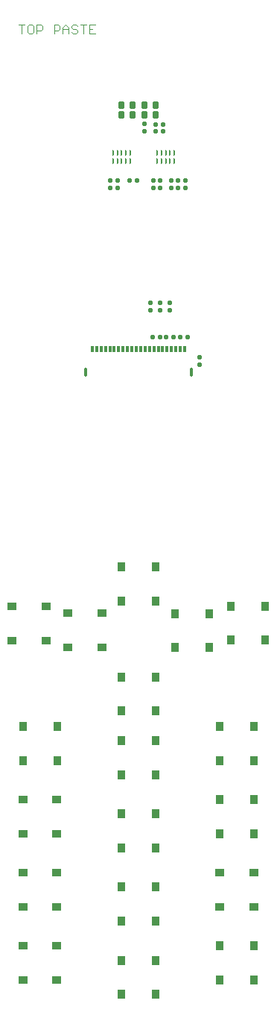
<source format=gtp>
G04*
G04 #@! TF.GenerationSoftware,Altium Limited,Altium Designer,21.9.2 (33)*
G04*
G04 Layer_Color=8421504*
%FSLAX25Y25*%
%MOIN*%
G70*
G04*
G04 #@! TF.SameCoordinates,38B2C1F3-0FCD-4184-AA18-E5AB633A714F*
G04*
G04*
G04 #@! TF.FilePolarity,Positive*
G04*
G01*
G75*
%ADD12C,0.00394*%
G04:AMPARAMS|DCode=15|XSize=31.5mil|YSize=27.56mil|CornerRadius=3.45mil|HoleSize=0mil|Usage=FLASHONLY|Rotation=270.000|XOffset=0mil|YOffset=0mil|HoleType=Round|Shape=RoundedRectangle|*
%AMROUNDEDRECTD15*
21,1,0.03150,0.02067,0,0,270.0*
21,1,0.02461,0.02756,0,0,270.0*
1,1,0.00689,-0.01034,-0.01230*
1,1,0.00689,-0.01034,0.01230*
1,1,0.00689,0.01034,0.01230*
1,1,0.00689,0.01034,-0.01230*
%
%ADD15ROUNDEDRECTD15*%
G04:AMPARAMS|DCode=16|XSize=20.47mil|YSize=20.47mil|CornerRadius=4.1mil|HoleSize=0mil|Usage=FLASHONLY|Rotation=90.000|XOffset=0mil|YOffset=0mil|HoleType=Round|Shape=RoundedRectangle|*
%AMROUNDEDRECTD16*
21,1,0.02047,0.01228,0,0,90.0*
21,1,0.01228,0.02047,0,0,90.0*
1,1,0.00819,0.00614,0.00614*
1,1,0.00819,0.00614,-0.00614*
1,1,0.00819,-0.00614,-0.00614*
1,1,0.00819,-0.00614,0.00614*
%
%ADD16ROUNDEDRECTD16*%
G04:AMPARAMS|DCode=17|XSize=20.47mil|YSize=20.47mil|CornerRadius=4.1mil|HoleSize=0mil|Usage=FLASHONLY|Rotation=0.000|XOffset=0mil|YOffset=0mil|HoleType=Round|Shape=RoundedRectangle|*
%AMROUNDEDRECTD17*
21,1,0.02047,0.01228,0,0,0.0*
21,1,0.01228,0.02047,0,0,0.0*
1,1,0.00819,0.00614,-0.00614*
1,1,0.00819,-0.00614,-0.00614*
1,1,0.00819,-0.00614,0.00614*
1,1,0.00819,0.00614,0.00614*
%
%ADD17ROUNDEDRECTD17*%
G04:AMPARAMS|DCode=18|XSize=11.81mil|YSize=27.56mil|CornerRadius=1.48mil|HoleSize=0mil|Usage=FLASHONLY|Rotation=0.000|XOffset=0mil|YOffset=0mil|HoleType=Round|Shape=RoundedRectangle|*
%AMROUNDEDRECTD18*
21,1,0.01181,0.02461,0,0,0.0*
21,1,0.00886,0.02756,0,0,0.0*
1,1,0.00295,0.00443,-0.01230*
1,1,0.00295,-0.00443,-0.01230*
1,1,0.00295,-0.00443,0.01230*
1,1,0.00295,0.00443,0.01230*
%
%ADD18ROUNDEDRECTD18*%
G04:AMPARAMS|DCode=19|XSize=11.81mil|YSize=39.37mil|CornerRadius=1.48mil|HoleSize=0mil|Usage=FLASHONLY|Rotation=0.000|XOffset=0mil|YOffset=0mil|HoleType=Round|Shape=RoundedRectangle|*
%AMROUNDEDRECTD19*
21,1,0.01181,0.03642,0,0,0.0*
21,1,0.00886,0.03937,0,0,0.0*
1,1,0.00295,0.00443,-0.01821*
1,1,0.00295,-0.00443,-0.01821*
1,1,0.00295,-0.00443,0.01821*
1,1,0.00295,0.00443,0.01821*
%
%ADD19ROUNDEDRECTD19*%
G04:AMPARAMS|DCode=20|XSize=39.37mil|YSize=35.43mil|CornerRadius=3.54mil|HoleSize=0mil|Usage=FLASHONLY|Rotation=180.000|XOffset=0mil|YOffset=0mil|HoleType=Round|Shape=RoundedRectangle|*
%AMROUNDEDRECTD20*
21,1,0.03937,0.02835,0,0,180.0*
21,1,0.03228,0.03543,0,0,180.0*
1,1,0.00709,-0.01614,0.01417*
1,1,0.00709,0.01614,0.01417*
1,1,0.00709,0.01614,-0.01417*
1,1,0.00709,-0.01614,-0.01417*
%
%ADD20ROUNDEDRECTD20*%
G04:AMPARAMS|DCode=21|XSize=7.87mil|YSize=23.62mil|CornerRadius=1.97mil|HoleSize=0mil|Usage=FLASHONLY|Rotation=0.000|XOffset=0mil|YOffset=0mil|HoleType=Round|Shape=RoundedRectangle|*
%AMROUNDEDRECTD21*
21,1,0.00787,0.01968,0,0,0.0*
21,1,0.00394,0.02362,0,0,0.0*
1,1,0.00394,0.00197,-0.00984*
1,1,0.00394,-0.00197,-0.00984*
1,1,0.00394,-0.00197,0.00984*
1,1,0.00394,0.00197,0.00984*
%
%ADD21ROUNDEDRECTD21*%
G04:AMPARAMS|DCode=22|XSize=39.37mil|YSize=35.43mil|CornerRadius=3.54mil|HoleSize=0mil|Usage=FLASHONLY|Rotation=90.000|XOffset=0mil|YOffset=0mil|HoleType=Round|Shape=RoundedRectangle|*
%AMROUNDEDRECTD22*
21,1,0.03937,0.02835,0,0,90.0*
21,1,0.03228,0.03543,0,0,90.0*
1,1,0.00709,0.01417,0.01614*
1,1,0.00709,0.01417,-0.01614*
1,1,0.00709,-0.01417,-0.01614*
1,1,0.00709,-0.01417,0.01614*
%
%ADD22ROUNDEDRECTD22*%
D12*
X830102Y1056721D02*
X832726D01*
X831414D01*
Y1052785D01*
X836006Y1056721D02*
X834694D01*
X834038Y1056065D01*
Y1053441D01*
X834694Y1052785D01*
X836006D01*
X836662Y1053441D01*
Y1056065D01*
X836006Y1056721D01*
X837974Y1052785D02*
Y1056721D01*
X839942D01*
X840598Y1056065D01*
Y1054753D01*
X839942Y1054097D01*
X837974D01*
X845845Y1052785D02*
Y1056721D01*
X847813D01*
X848469Y1056065D01*
Y1054753D01*
X847813Y1054097D01*
X845845D01*
X849781Y1052785D02*
Y1055409D01*
X851093Y1056721D01*
X852405Y1055409D01*
Y1052785D01*
Y1054753D01*
X849781D01*
X856341Y1056065D02*
X855685Y1056721D01*
X854373D01*
X853717Y1056065D01*
Y1055409D01*
X854373Y1054753D01*
X855685D01*
X856341Y1054097D01*
Y1053441D01*
X855685Y1052785D01*
X854373D01*
X853717Y1053441D01*
X857653Y1056721D02*
X860276D01*
X858965D01*
Y1052785D01*
X864212Y1056721D02*
X861588D01*
Y1052785D01*
X864212D01*
X861588Y1054753D02*
X862900D01*
D15*
X891315Y1016469D02*
D03*
X886197D02*
D03*
X875961D02*
D03*
X881079D02*
D03*
X881079Y1020800D02*
D03*
X875961D02*
D03*
X886197D02*
D03*
X891315D02*
D03*
D16*
X905764Y916862D02*
D03*
X902457D02*
D03*
X879622Y986941D02*
D03*
X894740Y1008988D02*
D03*
Y1012138D02*
D03*
X899465Y916862D02*
D03*
X889859D02*
D03*
X891433Y1008988D02*
D03*
X882929Y986941D02*
D03*
X891433Y1012138D02*
D03*
X893166Y916862D02*
D03*
X896158D02*
D03*
D17*
X889150Y928988D02*
D03*
Y932296D02*
D03*
X904504Y983713D02*
D03*
Y987020D02*
D03*
X886394Y1012217D02*
D03*
Y1008910D02*
D03*
X897811Y932296D02*
D03*
X893480Y987020D02*
D03*
X898205D02*
D03*
X871040D02*
D03*
X874189D02*
D03*
X890331D02*
D03*
X901355D02*
D03*
X911107Y907886D02*
D03*
X893480Y928988D02*
D03*
X897811D02*
D03*
X911107Y904579D02*
D03*
X874189Y983713D02*
D03*
X871040D02*
D03*
X890331D02*
D03*
X901355D02*
D03*
X898205D02*
D03*
X893480D02*
D03*
Y932296D02*
D03*
D18*
X876748Y911646D02*
D03*
X874780D02*
D03*
X870843D02*
D03*
X864937D02*
D03*
X868874D02*
D03*
X880685Y911646D02*
D03*
X882654Y911646D02*
D03*
X884622D02*
D03*
X886591Y911646D02*
D03*
X888559D02*
D03*
X892496Y911646D02*
D03*
X900370Y911646D02*
D03*
X902339Y911646D02*
D03*
X896433Y911646D02*
D03*
X894465D02*
D03*
X862969Y911646D02*
D03*
X866906D02*
D03*
X872811D02*
D03*
X878717Y911646D02*
D03*
X890528Y911646D02*
D03*
X898402Y911646D02*
D03*
X904307Y911646D02*
D03*
D19*
X859859Y901213D02*
D03*
X907417D02*
D03*
D20*
X831965Y644954D02*
D03*
X847122D02*
D03*
X831965Y629600D02*
D03*
X847122D02*
D03*
X920154Y662296D02*
D03*
X935311D02*
D03*
X867201Y793553D02*
D03*
X852044D02*
D03*
X827044Y781494D02*
D03*
X842201D02*
D03*
X831965Y694992D02*
D03*
X847122D02*
D03*
Y677650D02*
D03*
X831965D02*
D03*
X827044Y796848D02*
D03*
X842201D02*
D03*
X852044Y778199D02*
D03*
X867201D02*
D03*
X831965Y662296D02*
D03*
X847122D02*
D03*
Y710347D02*
D03*
X831965D02*
D03*
X935311Y677650D02*
D03*
X920154D02*
D03*
D21*
X893874Y999304D02*
D03*
Y995839D02*
D03*
X897811Y999304D02*
D03*
Y995839D02*
D03*
X872221Y995839D02*
D03*
Y999304D02*
D03*
X874189D02*
D03*
Y995839D02*
D03*
X891906Y999304D02*
D03*
Y995839D02*
D03*
X878126Y995839D02*
D03*
Y999304D02*
D03*
X899780Y999304D02*
D03*
Y995839D02*
D03*
X895843Y999304D02*
D03*
Y995839D02*
D03*
X876158Y995839D02*
D03*
Y999304D02*
D03*
X880095Y995839D02*
D03*
Y999304D02*
D03*
D22*
X924977Y796750D02*
D03*
X920055Y742945D02*
D03*
X920055Y695091D02*
D03*
X924977Y781592D02*
D03*
X920055Y727787D02*
D03*
X899977Y793455D02*
D03*
X920055Y710248D02*
D03*
X920055Y644855D02*
D03*
Y629698D02*
D03*
X899977Y778297D02*
D03*
X875961Y814230D02*
D03*
Y765143D02*
D03*
Y736591D02*
D03*
Y799073D02*
D03*
Y749985D02*
D03*
Y721433D02*
D03*
X831866Y742945D02*
D03*
Y727787D02*
D03*
X875961Y703894D02*
D03*
Y688737D02*
D03*
Y656040D02*
D03*
Y671198D02*
D03*
Y623344D02*
D03*
Y638501D02*
D03*
X940331Y796750D02*
D03*
Y781592D02*
D03*
X935410Y710248D02*
D03*
Y695091D02*
D03*
X915331Y778297D02*
D03*
Y793455D02*
D03*
X891315Y799073D02*
D03*
Y814230D02*
D03*
Y749985D02*
D03*
Y765143D02*
D03*
X847221Y727787D02*
D03*
Y742945D02*
D03*
X891315Y721433D02*
D03*
Y736591D02*
D03*
Y688737D02*
D03*
Y703894D02*
D03*
X935410Y727787D02*
D03*
Y742945D02*
D03*
Y629698D02*
D03*
Y644855D02*
D03*
X891315Y656040D02*
D03*
Y671198D02*
D03*
Y623344D02*
D03*
Y638501D02*
D03*
M02*

</source>
